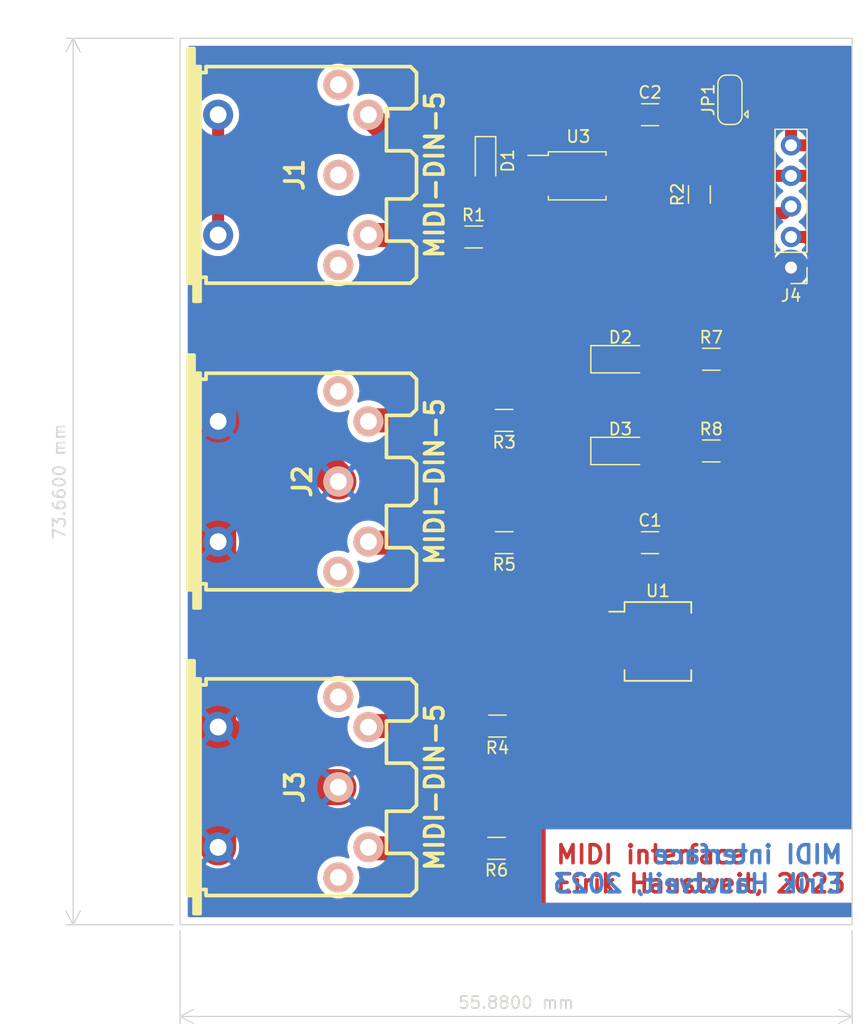
<source format=kicad_pcb>
(kicad_pcb (version 20221018) (generator pcbnew)
  (layers (0 "F.Cu" signal) (31 "B.Cu" signal) (34 "B.Paste" user) (35 "F.Paste" user) (36 "B.SilkS" user "B.Silkscreen") (37 "F.SilkS" user "F.Silkscreen") (38 "B.Mask" user) (39 "F.Mask" user) (44 "Edge.Cuts" user))
  (net 0 "")
  (net 1 "+5V")
  (net 2 "GND")
  (net 3 "VCC")
  (net 4 "Net-(D1-K)")
  (net 5 "Net-(D1-A)")
  (net 6 "Net-(D2-A)")
  (net 7 "Net-(D3-A)")
  (net 11 "Net-(J1-Pad4)")
  (net 12 "unconnected-(J1-Pad6)")
  (net 15 "Net-(J2-Pad4)")
  (net 16 "Net-(J2-Pad5)")
  (net 19 "Net-(J3-Pad4)")
  (net 20 "Net-(J3-Pad5)")
  (net 21 "FROM_MCU_UART_TX")
  (net 22 "TO_MCU_UART_RX")
  (net 23 "+3.3V")
  (net 24 "Net-(R3-Pad1)")
  (net 25 "Net-(R4-Pad1)")
  (net 26 "Net-(U1-Pad3)")
  (net 27 "Net-(U1-Pad10)")
  (footprint "Resistor_SMD:R_1206_3216Metric_Pad1.30x1.75mm_HandSolder" (layer "F.Cu") (at 105.13 78.74 180)
    (fp_text reference "R4" (at 0 -1.82) (layer "F.SilkS"))
    (fp_text value "220R")
    (fp_line (start -0.727064 -0.91) (end 0.727064 -0.91) (stroke (width 0.12)) (layer "F.SilkS"))
    (fp_line (start -0.727064 0.91) (end 0.727064 0.91) (stroke (width 0.12)) (layer "F.SilkS"))
    (pad "1" smd roundrect (at -1.55 0 180) (size 1.3 1.75) (layers "F.Cu" "F.Paste" "F.Mask") (roundrect_rratio 0.192308) (net 25 "Net-(R4-Pad1)"))
    (pad "2" smd roundrect (at 1.55 0 180) (size 1.3 1.75) (layers "F.Cu" "F.Paste" "F.Mask") (roundrect_rratio 0.192308) (net 20 "Net-(J3-Pad5)"))
  )
  (footprint "Package_SO:SO-6_4.4x3.6mm_P1.27mm" (layer "F.Cu") (at 111.76 33.02)
    (fp_text reference "U3" (at 0.1 -3.265) (layer "F.SilkS"))
    (fp_text value "H11L1")
    (fp_line (start -2.4 -2) (end 2.4 -2) (stroke (width 0.12)) (layer "F.SilkS"))
    (fp_line (start -2.4 -1.7) (end -4.1 -1.7) (stroke (width 0.12)) (layer "F.SilkS"))
    (fp_line (start -2.4 -1.7) (end -2.4 -2) (stroke (width 0.12)) (layer "F.SilkS"))
    (fp_line (start -2.4 2) (end -2.4 1.7) (stroke (width 0.12)) (layer "F.SilkS"))
    (fp_line (start 2.4 -2) (end 2.4 -1.7) (stroke (width 0.12)) (layer "F.SilkS"))
    (fp_line (start 2.4 1.7) (end 2.4 2) (stroke (width 0.12)) (layer "F.SilkS"))
    (fp_line (start 2.4 2) (end -2.4 2) (stroke (width 0.12)) (layer "F.SilkS"))
    (pad "1" smd rect (at -3.15 -1.27) (size 2 0.64) (layers "F.Cu" "F.Paste" "F.Mask") (net 4 "Net-(D1-K)"))
    (pad "2" smd rect (at -3.15 0) (size 2 0.64) (layers "F.Cu" "F.Paste" "F.Mask") (net 5 "Net-(D1-A)"))
    (pad "3" smd rect (at -3.15 1.27) (size 2 0.64) (layers "F.Cu" "F.Paste" "F.Mask"))
    (pad "4" smd rect (at 3.15 1.27) (size 2 0.64) (layers "F.Cu" "F.Paste" "F.Mask") (net 22 "TO_MCU_UART_RX"))
    (pad "5" smd rect (at 3.15 0) (size 2 0.64) (layers "F.Cu" "F.Paste" "F.Mask") (net 2 "GND"))
    (pad "6" smd rect (at 3.15 -1.27) (size 2 0.64) (layers "F.Cu" "F.Paste" "F.Mask") (net 3 "VCC"))
  )
  (footprint "LED_SMD:LED_1206_3216Metric_Pad1.42x1.75mm_HandSolder" (layer "F.Cu") (at 115.3525 48.26)
    (fp_text reference "D2" (at 0 -1.82) (layer "F.SilkS"))
    (fp_text value "LED")
    (fp_line (start -2.46 -1.135) (end -2.46 1.135) (stroke (width 0.12)) (layer "F.SilkS"))
    (fp_line (start -2.46 1.135) (end 1.6 1.135) (stroke (width 0.12)) (layer "F.SilkS"))
    (fp_line (start 1.6 -1.135) (end -2.46 -1.135) (stroke (width 0.12)) (layer "F.SilkS"))
    (pad "1" smd roundrect (at -1.4875 0) (size 1.425 1.75) (layers "F.Cu" "F.Paste" "F.Mask") (roundrect_rratio 0.175439) (net 2 "GND"))
    (pad "2" smd roundrect (at 1.4875 0) (size 1.425 1.75) (layers "F.Cu" "F.Paste" "F.Mask") (roundrect_rratio 0.175439) (net 6 "Net-(D2-A)"))
  )
  (footprint "Jumper:SolderJumper-3_P1.3mm_Open_RoundedPad1.0x1.5mm" (layer "F.Cu") (at 124.46 26.7 90)
    (fp_text reference "JP1" (at 0 -1.8 90) (layer "F.SilkS"))
    (fp_text value "SolderJumper_3_Open")
    (fp_line (start -2.05 0.3) (end -2.05 -0.3) (stroke (width 0.12)) (layer "F.SilkS"))
    (fp_line (start -1.5 1.5) (end -0.9 1.5) (stroke (width 0.12)) (layer "F.SilkS"))
    (fp_line (start -1.4 -1) (end 1.4 -1) (stroke (width 0.12)) (layer "F.SilkS"))
    (fp_line (start -1.2 1.2) (end -1.5 1.5) (stroke (width 0.12)) (layer "F.SilkS"))
    (fp_line (start -1.2 1.2) (end -0.9 1.5) (stroke (width 0.12)) (layer "F.SilkS"))
    (fp_line (start 1.4 1) (end -1.4 1) (stroke (width 0.12)) (layer "F.SilkS"))
    (fp_line (start 2.05 -0.3) (end 2.05 0.3) (stroke (width 0.12)) (layer "F.SilkS"))
    (fp_arc (start -2.05 -0.3) (mid -1.844975 -0.794975) (end -1.35 -1) (stroke (width 0.12)) (layer "F.SilkS"))
    (fp_arc (start -1.35 1) (mid -1.844975 0.794975) (end -2.05 0.3) (stroke (width 0.12)) (layer "F.SilkS"))
    (fp_arc (start 1.35 -1) (mid 1.844975 -0.794975) (end 2.05 -0.3) (stroke (width 0.12)) (layer "F.SilkS"))
    (fp_arc (start 2.05 0.3) (mid 1.844975 0.794975) (end 1.35 1) (stroke (width 0.12)) (layer "F.SilkS"))
    (pad "1" smd custom (at -1.3 0 90) (size 1 0.5) (layers "F.Cu" "F.Mask") (net 23 "+3.3V") (options (clearance outline) (anchor rect)) (primitives (gr_circle (center 0 0.25) (end 0.5 0.25) (width 0) (fill yes)) (gr_circle (center 0 -0.25) (end 0.5 -0.25) (width 0) (fill yes)) (gr_poly (pts (xy 0.55 0.75) (xy 0 0.75) (xy 0 -0.75) (xy 0.55 -0.75)) (width 0) (fill yes))))
    (pad "2" smd rect (at 0 0 90) (size 1 1.5) (layers "F.Cu" "F.Mask") (net 3 "VCC"))
    (pad "3" smd custom (at 1.3 0 90) (size 1 0.5) (layers "F.Cu" "F.Mask") (net 1 "+5V") (options (clearance outline) (anchor rect)) (primitives (gr_circle (center 0 0.25) (end 0.5 0.25) (width 0) (fill yes)) (gr_circle (center 0 -0.25) (end 0.5 -0.25) (width 0) (fill yes)) (gr_poly (pts (xy 0 0.75) (xy -0.55 0.75) (xy -0.55 -0.75) (xy 0 -0.75)) (width 0) (fill yes))))
  )
  (footprint "Resistor_SMD:R_1206_3216Metric_Pad1.30x1.75mm_HandSolder" (layer "F.Cu") (at 122.91 48.26)
    (fp_text reference "R7" (at 0 -1.82) (layer "F.SilkS"))
    (fp_text value "1K")
    (fp_line (start -0.727064 -0.91) (end 0.727064 -0.91) (stroke (width 0.12)) (layer "F.SilkS"))
    (fp_line (start -0.727064 0.91) (end 0.727064 0.91) (stroke (width 0.12)) (layer "F.SilkS"))
    (pad "1" smd roundrect (at -1.55 0) (size 1.3 1.75) (layers "F.Cu" "F.Paste" "F.Mask") (roundrect_rratio 0.192308) (net 6 "Net-(D2-A)"))
    (pad "2" smd roundrect (at 1.55 0) (size 1.3 1.75) (layers "F.Cu" "F.Paste" "F.Mask") (roundrect_rratio 0.192308) (net 23 "+3.3V"))
  )
  (footprint "Resistor_SMD:R_1206_3216Metric_Pad1.30x1.75mm_HandSolder" (layer "F.Cu") (at 105.69 53.34 180)
    (fp_text reference "R3" (at 0 -1.82) (layer "F.SilkS"))
    (fp_text value "220R")
    (fp_line (start -0.727064 -0.91) (end 0.727064 -0.91) (stroke (width 0.12)) (layer "F.SilkS"))
    (fp_line (start -0.727064 0.91) (end 0.727064 0.91) (stroke (width 0.12)) (layer "F.SilkS"))
    (pad "1" smd roundrect (at -1.55 0 180) (size 1.3 1.75) (layers "F.Cu" "F.Paste" "F.Mask") (roundrect_rratio 0.192308) (net 24 "Net-(R3-Pad1)"))
    (pad "2" smd roundrect (at 1.55 0 180) (size 1.3 1.75) (layers "F.Cu" "F.Paste" "F.Mask") (roundrect_rratio 0.192308) (net 16 "Net-(J2-Pad5)"))
  )
  (footprint "Resistor_SMD:R_1206_3216Metric_Pad1.30x1.75mm_HandSolder" (layer "F.Cu") (at 105.055 88.9 180)
    (fp_text reference "R6" (at 0 -1.82) (layer "F.SilkS"))
    (fp_text value "220R")
    (fp_line (start -0.727064 -0.91) (end 0.727064 -0.91) (stroke (width 0.12)) (layer "F.SilkS"))
    (fp_line (start -0.727064 0.91) (end 0.727064 0.91) (stroke (width 0.12)) (layer "F.SilkS"))
    (pad "1" smd roundrect (at -1.55 0 180) (size 1.3 1.75) (layers "F.Cu" "F.Paste" "F.Mask") (roundrect_rratio 0.192308) (net 1 "+5V"))
    (pad "2" smd roundrect (at 1.55 0 180) (size 1.3 1.75) (layers "F.Cu" "F.Paste" "F.Mask") (roundrect_rratio 0.192308) (net 19 "Net-(J3-Pad4)"))
  )
  (footprint "Resistor_SMD:R_1206_3216Metric_Pad1.30x1.75mm_HandSolder" (layer "F.Cu") (at 122.91 55.88)
    (fp_text reference "R8" (at 0 -1.82) (layer "F.SilkS"))
    (fp_text value "1K")
    (fp_line (start -0.727064 -0.91) (end 0.727064 -0.91) (stroke (width 0.12)) (layer "F.SilkS"))
    (fp_line (start -0.727064 0.91) (end 0.727064 0.91) (stroke (width 0.12)) (layer "F.SilkS"))
    (pad "1" smd roundrect (at -1.55 0) (size 1.3 1.75) (layers "F.Cu" "F.Paste" "F.Mask") (roundrect_rratio 0.192308) (net 7 "Net-(D3-A)"))
    (pad "2" smd roundrect (at 1.55 0) (size 1.3 1.75) (layers "F.Cu" "F.Paste" "F.Mask") (roundrect_rratio 0.192308) (net 1 "+5V"))
  )
  (footprint "connectors:MIDI_DIN5_SCREEN" (layer "F.Cu") (at 88.9 83.82 -90)
    (fp_text reference "J3" (at 0 0.635 90) (layer "F.SilkS") (effects (font (size 1.524 1.524) (thickness 0.3048))))
    (fp_text value "MIDI-DIN-5" (at 0 -11.00074 90) (layer "F.SilkS") (effects (font (size 1.524 1.524) (thickness 0.3048))))
    (fp_line (start -10.50036 8.99922) (end -8.99922 8.99922) (stroke (width 0.3048)) (layer "F.SilkS"))
    (fp_line (start -10.50036 9.25068) (end 8.99922 9.25068) (stroke (width 0.3048)) (layer "F.SilkS"))
    (fp_line (start -10.50036 9.4996) (end -10.50036 8.99922) (stroke (width 0.3048)) (layer "F.SilkS"))
    (fp_line (start -8.99922 -8.99922) (end -8.99922 8.001) (stroke (width 0.3048)) (layer "F.SilkS"))
    (fp_line (start -8.99922 -8.99922) (end -8.49884 -9.4996) (stroke (width 0.3048)) (layer "F.SilkS"))
    (fp_line (start -8.99922 8.001) (end -8.49884 8.001) (stroke (width 0.3048)) (layer "F.SilkS"))
    (fp_line (start -8.99922 8.49884) (end 10.50036 8.49884) (stroke (width 0.3048)) (layer "F.SilkS"))
    (fp_line (start -8.99922 8.7503) (end 10.50036 8.7503) (stroke (width 0.3048)) (layer "F.SilkS"))
    (fp_line (start -8.99922 8.99922) (end -8.99922 8.49884) (stroke (width 0.3048)) (layer "F.SilkS"))
    (fp_line (start -8.49884 -9.4996) (end -5.99948 -9.4996) (stroke (width 0.3048)) (layer "F.SilkS"))
    (fp_line (start -8.49884 8.001) (end -8.49884 8.49884) (stroke (width 0.3048)) (layer "F.SilkS"))
    (fp_line (start -5.99948 -9.4996) (end -5.4991 -8.99922) (stroke (width 0.3048)) (layer "F.SilkS"))
    (fp_line (start -5.4991 -8.99922) (end -5.4991 -7.00024) (stroke (width 0.3048)) (layer "F.SilkS"))
    (fp_line (start -5.4991 -7.00024) (end -1.99898 -7.00024) (stroke (width 0.3048)) (layer "F.SilkS"))
    (fp_line (start -1.99898 -8.99922) (end -1.99898 -7.00024) (stroke (width 0.3048)) (layer "F.SilkS"))
    (fp_line (start -1.50114 -9.4996) (end -1.99898 -8.99922) (stroke (width 0.3048)) (layer "F.SilkS"))
    (fp_line (start -1.50114 -9.4996) (end 1.50114 -9.4996) (stroke (width 0.3048)) (layer "F.SilkS"))
    (fp_line (start 1.50114 -9.4996) (end 1.99898 -8.99922) (stroke (width 0.3048)) (layer "F.SilkS"))
    (fp_line (start 1.99898 -8.99922) (end 1.99898 -7.00024) (stroke (width 0.3048)) (layer "F.SilkS"))
    (fp_line (start 5.4991 -8.99922) (end 5.4991 -7.00024) (stroke (width 0.3048)) (layer "F.SilkS"))
    (fp_line (start 5.4991 -7.00024) (end 1.99898 -7.00024) (stroke (width 0.3048)) (layer "F.SilkS"))
    (fp_line (start 5.99948 -9.4996) (end 5.4991 -8.99922) (stroke (width 0.3048)) (layer "F.SilkS"))
    (fp_line (start 6.49986 -9.4996) (end 5.99948 -9.4996) (stroke (width 0.3048)) (layer "F.SilkS"))
    (fp_line (start 8.49884 -9.4996) (end 6.49986 -9.4996) (stroke (width 0.3048)) (layer "F.SilkS"))
    (fp_line (start 8.49884 8.49884) (end 8.49884 8.001) (stroke (width 0.3048)) (layer "F.SilkS"))
    (fp_line (start 8.99922 -8.99922) (end 8.49884 -9.4996) (stroke (width 0.3048)) (layer "F.SilkS"))
    (fp_line (start 8.99922 -8.99922) (end 8.99922 8.001) (stroke (width 0.3048)) (layer "F.SilkS"))
    (fp_line (start 8.99922 8.001) (end 8.49884 8.001) (stroke (width 0.3048)) (layer "F.SilkS"))
    (fp_line (start 8.99922 8.99922) (end -8.99922 8.99922) (stroke (width 0.3048)) (layer "F.SilkS"))
    (fp_line (start 8.99922 8.99922) (end 8.99922 9.4996) (stroke (width 0.3048)) (layer "F.SilkS"))
    (fp_line (start 8.99922 9.4996) (end -10.50036 9.4996) (stroke (width 0.3048)) (layer "F.SilkS"))
    (fp_line (start 10.50036 8.49884) (end 10.50036 8.99922) (stroke (width 0.3048)) (layer "F.SilkS"))
    (fp_line (start 10.50036 8.99922) (end 8.99922 8.99922) (stroke (width 0.3048)) (layer "F.SilkS"))
    (pad "1" thru_hole circle (at 7.49808 -2.9972 270) (size 2.49936 2.49936) (drill 1.397) (layers "*.Cu" "*.SilkS" "*.Mask"))
    (pad "2" thru_hole circle (at 0 -2.99974 270) (size 2.49936 2.49936) (drill 1.397) (layers "*.Cu" "*.SilkS" "*.Mask") (net 2 "GND"))
    (pad "3" thru_hole circle (at -7.49808 -2.9972 270) (size 2.49936 2.49936) (drill 1.397) (layers "*.Cu" "*.SilkS" "*.Mask"))
    (pad "4" thru_hole circle (at 4.99618 -5.4991 270) (size 2.49936 2.49936) (drill 1.397) (layers "*.Cu" "*.SilkS" "*.Mask") (net 19 "Net-(J3-Pad4)"))
    (pad "5" thru_hole circle (at -4.99618 -5.4991 270) (size 2.49936 2.49936) (drill 1.397) (layers "*.Cu" "*.SilkS" "*.Mask") (net 20 "Net-(J3-Pad5)"))
    (pad "6" thru_hole circle (at -5.00126 6.9977 270) (size 2.49936 2.49936) (drill 1.397) (layers "*.Cu" "*.Mask") (net 2 "GND"))
    (pad "6" thru_hole circle (at 5.00126 6.9977 270) (size 2.49936 2.49936) (drill 1.397) (layers "*.Cu" "*.Mask") (net 2 "GND"))
  )
  (footprint "LED_SMD:LED_1206_3216Metric_Pad1.42x1.75mm_HandSolder" (layer "F.Cu") (at 115.3525 55.88)
    (fp_text reference "D3" (at 0 -1.82) (layer "F.SilkS"))
    (fp_text value "LED")
    (fp_line (start -2.46 -1.135) (end -2.46 1.135) (stroke (width 0.12)) (layer "F.SilkS"))
    (fp_line (start -2.46 1.135) (end 1.6 1.135) (stroke (width 0.12)) (layer "F.SilkS"))
    (fp_line (start 1.6 -1.135) (end -2.46 -1.135) (stroke (width 0.12)) (layer "F.SilkS"))
    (pad "1" smd roundrect (at -1.4875 0) (size 1.425 1.75) (layers "F.Cu" "F.Paste" "F.Mask") (roundrect_rratio 0.175439) (net 2 "GND"))
    (pad "2" smd roundrect (at 1.4875 0) (size 1.425 1.75) (layers "F.Cu" "F.Paste" "F.Mask") (roundrect_rratio 0.175439) (net 7 "Net-(D3-A)"))
  )
  (footprint "connectors:MIDI_DIN5_SCREEN" (layer "F.Cu") (at 88.9 58.42 -90)
    (fp_text reference "J2" (at 0 0 90) (layer "F.SilkS") (effects (font (size 1.524 1.524) (thickness 0.3048))))
    (fp_text value "MIDI-DIN-5" (at 0 -11.00074 90) (layer "F.SilkS") (effects (font (size 1.524 1.524) (thickness 0.3048))))
    (fp_line (start -10.50036 8.99922) (end -8.99922 8.99922) (stroke (width 0.3048)) (layer "F.SilkS"))
    (fp_line (start -10.50036 9.25068) (end 8.99922 9.25068) (stroke (width 0.3048)) (layer "F.SilkS"))
    (fp_line (start -10.50036 9.4996) (end -10.50036 8.99922) (stroke (width 0.3048)) (layer "F.SilkS"))
    (fp_line (start -8.99922 -8.99922) (end -8.99922 8.001) (stroke (width 0.3048)) (layer "F.SilkS"))
    (fp_line (start -8.99922 -8.99922) (end -8.49884 -9.4996) (stroke (width 0.3048)) (layer "F.SilkS"))
    (fp_line (start -8.99922 8.001) (end -8.49884 8.001) (stroke (width 0.3048)) (layer "F.SilkS"))
    (fp_line (start -8.99922 8.49884) (end 10.50036 8.49884) (stroke (width 0.3048)) (layer "F.SilkS"))
    (fp_line (start -8.99922 8.7503) (end 10.50036 8.7503) (stroke (width 0.3048)) (layer "F.SilkS"))
    (fp_line (start -8.99922 8.99922) (end -8.99922 8.49884) (stroke (width 0.3048)) (layer "F.SilkS"))
    (fp_line (start -8.49884 -9.4996) (end -5.99948 -9.4996) (stroke (width 0.3048)) (layer "F.SilkS"))
    (fp_line (start -8.49884 8.001) (end -8.49884 8.49884) (stroke (width 0.3048)) (layer "F.SilkS"))
    (fp_line (start -5.99948 -9.4996) (end -5.4991 -8.99922) (stroke (width 0.3048)) (layer "F.SilkS"))
    (fp_line (start -5.4991 -8.99922) (end -5.4991 -7.00024) (stroke (width 0.3048)) (layer "F.SilkS"))
    (fp_line (start -5.4991 -7.00024) (end -1.99898 -7.00024) (stroke (width 0.3048)) (layer "F.SilkS"))
    (fp_line (start -1.99898 -8.99922) (end -1.99898 -7.00024) (stroke (width 0.3048)) (layer "F.SilkS"))
    (fp_line (start -1.50114 -9.4996) (end -1.99898 -8.99922) (stroke (width 0.3048)) (layer "F.SilkS"))
    (fp_line (start -1.50114 -9.4996) (end 1.50114 -9.4996) (stroke (width 0.3048)) (layer "F.SilkS"))
    (fp_line (start 1.50114 -9.4996) (end 1.99898 -8.99922) (stroke (width 0.3048)) (layer "F.SilkS"))
    (fp_line (start 1.99898 -8.99922) (end 1.99898 -7.00024) (stroke (width 0.3048)) (layer "F.SilkS"))
    (fp_line (start 5.4991 -8.99922) (end 5.4991 -7.00024) (stroke (width 0.3048)) (layer "F.SilkS"))
    (fp_line (start 5.4991 -7.00024) (end 1.99898 -7.00024) (stroke (width 0.3048)) (layer "F.SilkS"))
    (fp_line (start 5.99948 -9.4996) (end 5.4991 -8.99922) (stroke (width 0.3048)) (layer "F.SilkS"))
    (fp_line (start 6.49986 -9.4996) (end 5.99948 -9.4996) (stroke (width 0.3048)) (layer "F.SilkS"))
    (fp_line (start 8.49884 -9.4996) (end 6.49986 -9.4996) (stroke (width 0.3048)) (layer "F.SilkS"))
    (fp_line (start 8.49884 8.49884) (end 8.49884 8.001) (stroke (width 0.3048)) (layer "F.SilkS"))
    (fp_line (start 8.99922 -8.99922) (end 8.49884 -9.4996) (stroke (width 0.3048)) (layer "F.SilkS"))
    (fp_line (start 8.99922 -8.99922) (end 8.99922 8.001) (stroke (width 0.3048)) (layer "F.SilkS"))
    (fp_line (start 8.99922 8.001) (end 8.49884 8.001) (stroke (width 0.3048)) (layer "F.SilkS"))
    (fp_line (start 8.99922 8.99922) (end -8.99922 8.99922) (stroke (width 0.3048)) (layer "F.SilkS"))
    (fp_line (start 8.99922 8.99922) (end 8.99922 9.4996) (stroke (width 0.3048)) (layer "F.SilkS"))
    (fp_line (start 8.99922 9.4996) (end -10.50036 9.4996) (stroke (width 0.3048)) (layer "F.SilkS"))
    (fp_line (start 10.50036 8.49884) (end 10.50036 8.99922) (stroke (width 0.3048)) (layer "F.SilkS"))
    (fp_line (start 10.50036 8.99922) (end 8.99922 8.99922) (stroke (width 0.3048)) (layer "F.SilkS"))
    (pad "1" thru_hole circle (at 7.49808 -2.9972 270) (size 2.49936 2.49936) (drill 1.397) (layers "*.Cu" "*.SilkS" "*.Mask"))
    (pad "2" thru_hole circle (at 0 -2.99974 270) (size 2.49936 2.49936) (drill 1.397) (layers "*.Cu" "*.SilkS" "*.Mask") (net 2 "GND"))
    (pad "3" thru_hole circle (at -7.49808 -2.9972 270) (size 2.49936 2.49936) (drill 1.397) (layers "*.Cu" "*.SilkS" "*.Mask"))
    (pad "4" thru_hole circle (at 4.99618 -5.4991 270) (size 2.49936 2.49936) (drill 1.397) (layers "*.Cu" "*.SilkS" "*.Mask") (net 15 "Net-(J2-Pad4)"))
    (pad "5" thru_hole circle (at -4.99618 -5.4991 270) (size 2.49936 2.49936) (drill 1.397) (layers "*.Cu" "*.SilkS" "*.Mask") (net 16 "Net-(J2-Pad5)"))
    (pad "6" thru_hole circle (at -5.00126 6.9977 270) (size 2.49936 2.49936) (drill 1.397) (layers "*.Cu" "*.Mask") (net 2 "GND"))
    (pad "6" thru_hole circle (at 5.00126 6.9977 270) (size 2.49936 2.49936) (drill 1.397) (layers "*.Cu" "*.Mask") (net 2 "GND"))
  )
  (footprint "Capacitor_SMD:C_1206_3216Metric_Pad1.33x1.80mm_HandSolder" (layer "F.Cu") (at 117.8175 27.94)
    (fp_text reference "C2" (at 0 -1.85) (layer "F.SilkS"))
    (fp_text value "100n")
    (fp_line (start -0.711252 -0.91) (end 0.711252 -0.91) (stroke (width 0.12)) (layer "F.SilkS"))
    (fp_line (start -0.711252 0.91) (end 0.711252 0.91) (stroke (width 0.12)) (layer "F.SilkS"))
    (pad "1" smd roundrect (at -1.5625 0) (size 1.325 1.8) (layers "F.Cu" "F.Paste" "F.Mask") (roundrect_rratio 0.188679) (net 3 "VCC"))
    (pad "2" smd roundrect (at 1.5625 0) (size 1.325 1.8) (layers "F.Cu" "F.Paste" "F.Mask") (roundrect_rratio 0.188679) (net 2 "GND"))
  )
  (footprint "Resistor_SMD:R_1206_3216Metric_Pad1.30x1.75mm_HandSolder" (layer "F.Cu") (at 103.15 38.1)
    (fp_text reference "R1" (at 0 -1.82) (layer "F.SilkS"))
    (fp_text value "220R")
    (fp_line (start -0.727064 -0.91) (end 0.727064 -0.91) (stroke (width 0.12)) (layer "F.SilkS"))
    (fp_line (start -0.727064 0.91) (end 0.727064 0.91) (stroke (width 0.12)) (layer "F.SilkS"))
    (pad "1" smd roundrect (at -1.55 0) (size 1.3 1.75) (layers "F.Cu" "F.Paste" "F.Mask") (roundrect_rratio 0.192308) (net 11 "Net-(J1-Pad4)"))
    (pad "2" smd roundrect (at 1.55 0) (size 1.3 1.75) (layers "F.Cu" "F.Paste" "F.Mask") (roundrect_rratio 0.192308) (net 4 "Net-(D1-K)"))
  )
  (footprint "Diode_SMD:D_SOD-323_HandSoldering" (layer "F.Cu") (at 104.14 31.77 -90)
    (fp_text reference "D1" (at 0 -1.85 90) (layer "F.SilkS"))
    (fp_text value "1N4148")
    (fp_line (start -2.01 -0.85) (end -2.01 0.85) (stroke (width 0.12)) (layer "F.SilkS"))
    (fp_line (start -2.01 -0.85) (end 1.25 -0.85) (stroke (width 0.12)) (layer "F.SilkS"))
    (fp_line (start -2.01 0.85) (end 1.25 0.85) (stroke (width 0.12)) (layer "F.SilkS"))
    (pad "1" smd roundrect (at -1.25 0 270) (size 1 1) (layers "F.Cu" "F.Paste" "F.Mask") (net 4 "Net-(D1-K)"))
    (pad "2" smd roundrect (at 1.25 0 270) (size 1 1) (layers "F.Cu" "F.Paste" "F.Mask") (net 5 "Net-(D1-A)"))
  )
  (footprint "connectors:MIDI_DIN5_SCREEN" (layer "F.Cu") (at 88.9 32.94126 -90)
    (fp_text reference "J1" (at 0 0.635 90) (layer "F.SilkS") (effects (font (size 1.524 1.524) (thickness 0.3048))))
    (fp_text value "MIDI-DIN-5" (at 0 -11.00074 90) (layer "F.SilkS") (effects (font (size 1.524 1.524) (thickness 0.3048))))
    (fp_line (start -10.50036 8.99922) (end -8.99922 8.99922) (stroke (width 0.3048)) (layer "F.SilkS"))
    (fp_line (start -10.50036 9.25068) (end 8.99922 9.25068) (stroke (width 0.3048)) (layer "F.SilkS"))
    (fp_line (start -10.50036 9.4996) (end -10.50036 8.99922) (stroke (width 0.3048)) (layer "F.SilkS"))
    (fp_line (start -8.99922 -8.99922) (end -8.99922 8.001) (stroke (width 0.3048)) (layer "F.SilkS"))
    (fp_line (start -8.99922 -8.99922) (end -8.49884 -9.4996) (stroke (width 0.3048)) (layer "F.SilkS"))
    (fp_line (start -8.99922 8.001) (end -8.49884 8.001) (stroke (width 0.3048)) (layer "F.SilkS"))
    (fp_line (start -8.99922 8.49884) (end 10.50036 8.49884) (stroke (width 0.3048)) (layer "F.SilkS"))
    (fp_line (start -8.99922 8.7503) (end 10.50036 8.7503) (stroke (width 0.3048)) (layer "F.SilkS"))
    (fp_line (start -8.99922 8.99922) (end -8.99922 8.49884) (stroke (width 0.3048)) (layer "F.SilkS"))
    (fp_line (start -8.49884 -9.4996) (end -5.99948 -9.4996) (stroke (width 0.3048)) (layer "F.SilkS"))
    (fp_line (start -8.49884 8.001) (end -8.49884 8.49884) (stroke (width 0.3048)) (layer "F.SilkS"))
    (fp_line (start -5.99948 -9.4996) (end -5.4991 -8.99922) (stroke (width 0.3048)) (layer "F.SilkS"))
    (fp_line (start -5.4991 -8.99922) (end -5.4991 -7.00024) (stroke (width 0.3048)) (layer "F.SilkS"))
    (fp_line (start -5.4991 -7.00024) (end -1.99898 -7.00024) (stroke (width 0.3048)) (layer "F.SilkS"))
    (fp_line (start -1.99898 -8.99922) (end -1.99898 -7.00024) (stroke (width 0.3048)) (layer "F.SilkS"))
    (fp_line (start -1.50114 -9.4996) (end -1.99898 -8.99922) (stroke (width 0.3048)) (layer "F.SilkS"))
    (fp_line (start -1.50114 -9.4996) (end 1.50114 -9.4996) (stroke (width 0.3048)) (layer "F.SilkS"))
    (fp_line (start 1.50114 -9.4996) (end 1.99898 -8.99922) (stroke (width 0.3048)) (layer "F.SilkS"))
    (fp_line (start 1.99898 -8.99922) (end 1.99898 -7.00024) (stroke (width 0.3048)) (layer "F.SilkS"))
    (fp_line (start 5.4991 -8.99922) (end 5.4991 -7.00024) (stroke (width 0.3048)) (layer "F.SilkS"))
    (fp_line (start 5.4991 -7.00024) (end 1.99898 -7.00024) (stroke (width 0.3048)) (layer "F.SilkS"))
    (fp_line (start 5.99948 -9.4996) (end 5.4991 -8.99922) (stroke (width 0.3048)) (layer "F.SilkS"))
    (fp_line (start 6.49986 -9.4996) (end 5.99948 -9.4996) (stroke (width 0.3048)) (layer "F.SilkS"))
    (fp_line (start 8.49884 -9.4996) (end 6.49986 -9.4996) (stroke (width 0.3048)) (layer "F.SilkS"))
    (fp_line (start 8.49884 8.49884) (end 8.49884 8.001) (stroke (width 0.3048)) (layer "F.SilkS"))
    (fp_line (start 8.99922 -8.99922) (end 8.49884 -9.4996) (stroke (width 0.3048)) (layer "F.SilkS"))
    (fp_line (start 8.99922 -8.99922) (end 8.99922 8.001) (stroke (width 0.3048)) (layer "F.SilkS"))
    (fp_line (start 8.99922 8.001) (end 8.49884 8.001) (stroke (width 0.3048)) (layer "F.SilkS"))
    (fp_line (start 8.99922 8.99922) (end -8.99922 8.99922) (stroke (width 0.3048)) (layer "F.SilkS"))
    (fp_line (start 8.99922 8.99922) (end 8.99922 9.4996) (stroke (width 0.3048)) (layer "F.SilkS"))
    (fp_line (start 8.99922 9.4996) (end -10.50036 9.4996) (stroke (width 0.3048)) (layer "F.SilkS"))
    (fp_line (start 10.50036 8.49884) (end 10.50036 8.99922) (stroke (width 0.3048)) (layer "F.SilkS"))
    (fp_line (start 10.50036 8.99922) (end 8.99922 8.99922) (stroke (width 0.3048)) (layer "F.SilkS"))
    (pad "1" thru_hole circle (at 7.49808 -2.9972 270) (size 2.49936 2.49936) (drill 1.397) (layers "*.Cu" "*.SilkS" "*.Mask"))
    (pad "2" thru_hole circle (at 0 -2.99974 270) (size 2.49936 2.49936) (drill 1.397) (layers "*.Cu" "*.SilkS" "*.Mask"))
    (pad "3" thru_hole circle (at -7.49808 -2.9972 270) (size 2.49936 2.49936) (drill 1.397) (layers "*.Cu" "*.SilkS" "*.Mask"))
    (pad "4" thru_hole circle (at 4.99618 -5.4991 270) (size 2.49936 2.49936) (drill 1.397) (layers "*.Cu" "*.SilkS" "*.Mask") (net 11 "Net-(J1-Pad4)"))
    (pad "5" thru_hole circle (at -4.99618 -5.4991 270) (size 2.49936 2.49936) (drill 1.397) (layers "*.Cu" "*.SilkS" "*.Mask") (net 5 "Net-(D1-A)"))
    (pad "6" thru_hole circle (at -5.00126 6.9977 270) (size 2.49936 2.49936) (drill 1.397) (layers "*.Cu" "*.Mask") (net 12 "unconnected-(J1-Pad6)"))
    (pad "6" thru_hole circle (at 5.00126 6.9977 270) (size 2.49936 2.49936) (drill 1.397) (layers "*.Cu" "*.Mask") (net 12 "unconnected-(J1-Pad6)"))
  )
  (footprint "Resistor_SMD:R_1206_3216Metric_Pad1.30x1.75mm_HandSolder" (layer "F.Cu") (at 105.69 63.5 180)
    (fp_text reference "R5" (at 0 -1.82) (layer "F.SilkS"))
    (fp_text value "220R")
    (fp_line (start -0.727064 -0.91) (end 0.727064 -0.91) (stroke (width 0.12)) (layer "F.SilkS"))
    (fp_line (start -0.727064 0.91) (end 0.727064 0.91) (stroke (width 0.12)) (layer "F.SilkS"))
    (pad "1" smd roundrect (at -1.55 0 180) (size 1.3 1.75) (layers "F.Cu" "F.Paste" "F.Mask") (roundrect_rratio 0.192308) (net 1 "+5V"))
    (pad "2" smd roundrect (at 1.55 0 180) (size 1.3 1.75) (layers "F.Cu" "F.Paste" "F.Mask") (roundrect_rratio 0.192308) (net 15 "Net-(J2-Pad4)"))
  )
  (footprint "Capacitor_SMD:C_1206_3216Metric_Pad1.33x1.80mm_HandSolder" (layer "F.Cu") (at 117.8175 63.5)
    (fp_text reference "C1" (at 0 -1.85) (layer "F.SilkS"))
    (fp_text value "100n")
    (fp_line (start -0.711252 -0.91) (end 0.711252 -0.91) (stroke (width 0.12)) (layer "F.SilkS"))
    (fp_line (start -0.711252 0.91) (end 0.711252 0.91) (stroke (width 0.12)) (layer "F.SilkS"))
    (pad "1" smd roundrect (at -1.5625 0) (size 1.325 1.8) (layers "F.Cu" "F.Paste" "F.Mask") (roundrect_rratio 0.188679) (net 1 "+5V"))
    (pad "2" smd roundrect (at 1.5625 0) (size 1.325 1.8) (layers "F.Cu" "F.Paste" "F.Mask") (roundrect_rratio 0.188679) (net 2 "GND"))
  )
  (footprint "Package_SO:SSOP-14_5.3x6.2mm_P0.65mm" (layer "F.Cu") (at 118.47 71.71)
    (fp_text reference "U1" (at 0 -4.2) (layer "F.SilkS"))
    (fp_text value "74HCT00")
    (fp_line (start -2.775 -3.275) (end -2.775 -2.475) (stroke (width 0.15)) (layer "F.SilkS"))
    (fp_line (start -2.775 -3.275) (end 2.775 -3.275) (stroke (width 0.15)) (layer "F.SilkS"))
    (fp_line (start -2.775 -2.475) (end -4.05 -2.475) (stroke (width 0.15)) (layer "F.SilkS"))
    (fp_line (start -2.775 3.275) (end -2.775 2.375) (stroke (width 0.15)) (layer "F.SilkS"))
    (fp_line (start -2.775 3.275) (end 2.775 3.275) (stroke (width 0.15)) (layer "F.SilkS"))
    (fp_line (start 2.775 -3.275) (end 2.775 -2.375) (stroke (width 0.15)) (layer "F.SilkS"))
    (fp_line (start 2.775 3.275) (end 2.775 2.375) (stroke (width 0.15)) (layer "F.SilkS"))
    (pad "1" smd rect (at -3.45 -1.95) (size 1.2 0.4) (layers "F.Cu" "F.Paste" "F.Mask") (net 22 "TO_MCU_UART_RX"))
    (pad "2" smd rect (at -3.45 -1.3) (size 1.2 0.4) (layers "F.Cu" "F.Paste" "F.Mask") (net 22 "TO_MCU_UART_RX"))
    (pad "3" smd rect (at -3.45 -0.65) (size 1.2 0.4) (layers "F.Cu" "F.Paste" "F.Mask") (net 26 "Net-(U1-Pad3)"))
    (pad "4" smd rect (at -3.45 0) (size 1.2 0.4) (layers "F.Cu" "F.Paste" "F.Mask") (net 26 "Net-(U1-Pad3)"))
    (pad "5" smd rect (at -3.45 0.65) (size 1.2 0.4) (layers "F.Cu" "F.Paste" "F.Mask") (net 26 "Net-(U1-Pad3)"))
    (pad "6" smd rect (at -3.45 1.3) (size 1.2 0.4) (layers "F.Cu" "F.Paste" "F.Mask") (net 24 "Net-(R3-Pad1)"))
    (pad "7" smd rect (at -3.45 1.95) (size 1.2 0.4) (layers "F.Cu" "F.Paste" "F.Mask") (net 1 "+5V"))
    (pad "8" smd rect (at 3.45 1.95) (size 1.2 0.4) (layers "F.Cu" "F.Paste" "F.Mask") (net 25 "Net-(R4-Pad1)"))
    (pad "9" smd rect (at 3.45 1.3) (size 1.2 0.4) (layers "F.Cu" "F.Paste" "F.Mask") (net 27 "Net-(U1-Pad10)"))
    (pad "10" smd rect (at 3.45 0.65) (size 1.2 0.4) (layers "F.Cu" "F.Paste" "F.Mask") (net 27 "Net-(U1-Pad10)"))
    (pad "11" smd rect (at 3.45 0) (size 1.2 0.4) (layers "F.Cu" "F.Paste" "F.Mask") (net 27 "Net-(U1-Pad10)"))
    (pad "12" smd rect (at 3.45 -0.65) (size 1.2 0.4) (layers "F.Cu" "F.Paste" "F.Mask") (net 21 "FROM_MCU_UART_TX"))
    (pad "13" smd rect (at 3.45 -1.3) (size 1.2 0.4) (layers "F.Cu" "F.Paste" "F.Mask") (net 21 "FROM_MCU_UART_TX"))
    (pad "14" smd rect (at 3.45 -1.95) (size 1.2 0.4) (layers "F.Cu" "F.Paste" "F.Mask") (net 2 "GND"))
  )
  (footprint "Connector_PinHeader_2.54mm:PinHeader_1x05_P2.54mm_Vertical" (layer "F.Cu") (at 129.54 40.64 180)
    (fp_text reference "J4" (at 0 -2.33) (layer "F.SilkS"))
    (fp_text value "Conn_01x05_Pin")
    (fp_line (start -1.33 -1.33) (end 0 -1.33) (stroke (width 0.12)) (layer "F.SilkS"))
    (fp_line (start -1.33 0) (end -1.33 -1.33) (stroke (width 0.12)) (layer "F.SilkS"))
    (fp_line (start -1.33 1.27) (end -1.33 11.49) (stroke (width 0.12)) (layer "F.SilkS"))
    (fp_line (start -1.33 1.27) (end 1.33 1.27) (stroke (width 0.12)) (layer "F.SilkS"))
    (fp_line (start -1.33 11.49) (end 1.33 11.49) (stroke (width 0.12)) (layer "F.SilkS"))
    (fp_line (start 1.33 1.27) (end 1.33 11.49) (stroke (width 0.12)) (layer "F.SilkS"))
    (pad "1" thru_hole rect (at 0 0 180) (size 1.7 1.7) (drill 1) (layers "*.Cu" "*.Mask") (net 2 "GND"))
    (pad "2" thru_hole oval (at 0 2.54 180) (size 1.7 1.7) (drill 1) (layers "*.Cu" "*.Mask") (net 21 "FROM_MCU_UART_TX"))
    (pad "3" thru_hole oval (at 0 5.08 180) (size 1.7 1.7) (drill 1) (layers "*.Cu" "*.Mask") (net 22 "TO_MCU_UART_RX"))
    (pad "4" thru_hole oval (at 0 7.62 180) (size 1.7 1.7) (drill 1) (layers "*.Cu" "*.Mask") (net 23 "+3.3V"))
    (pad "5" thru_hole oval (at 0 10.16 180) (size 1.7 1.7) (drill 1) (layers "*.Cu" "*.Mask") (net 1 "+5V"))
  )
  (footprint "Resistor_SMD:R_1206_3216Metric_Pad1.30x1.75mm_HandSolder" (layer "F.Cu") (at 121.92 34.57 90)
    (fp_text reference "R2" (at 0 -1.82 90) (layer "F.SilkS"))
    (fp_text value "470R")
    (fp_line (start -0.727064 -0.91) (end 0.727064 -0.91) (stroke (width 0.12)) (layer "F.SilkS"))
    (fp_line (start -0.727064 0.91) (end 0.727064 0.91) (stroke (width 0.12)) (layer "F.SilkS"))
    (pad "1" smd roundrect (at -1.55 0 90) (size 1.3 1.75) (layers "F.Cu" "F.Paste" "F.Mask") (roundrect_rratio 0.192308) (net 22 "TO_MCU_UART_RX"))
    (pad "2" smd roundrect (at 1.55 0 90) (size 1.3 1.75) (layers "F.Cu" "F.Paste" "F.Mask") (roundrect_rratio 0.192308) (net 3 "VCC"))
  )
  (gr_rect (start 78.74 21.59) (end 134.62 95.25) (stroke (width 0.1)) (fill none) (layer "Edge.Cuts"))
  (gr_text "MIDI interface\nEirik Haustveit, 2023" (at 109.855 92.71) (layer "F.Cu") (effects (font (size 1.5 1.5) (thickness 0.3) bold) (justify left bottom)))
  (gr_text "MIDI interface\nEirik Haustveit, 2023" (at 133.985 92.71) (layer "B.Cu") (effects (font (size 1.5 1.5) (thickness 0.3) bold) (justify left bottom mirror)))
  (dimension (type aligned) (layer "Edge.Cuts") (pts (xy 78.74 95.25) (xy 134.62 95.25)) (height 7.62) (gr_text "55.8800 mm" (at 106.68 101.72) (layer "Edge.Cuts") (effects (font (size 1 1) (thickness 0.15)))) (format (prefix "") (suffix "") (units 3) (units_format 1) (precision 4)) (style (thickness 0.1) (arrow_length 1.27) (text_position_mode 0) (extension_height 0.58642) (extension_offset 0.5) keep_text_aligned))
  (dimension (type aligned) (layer "Edge.Cuts") (pts (xy 78.74 21.59) (xy 78.74 95.25)) (height 8.89) (gr_text "73.6600 mm" (at 68.7 58.42 90) (layer "Edge.Cuts") (effects (font (size 1 1) (thickness 0.15)))) (format (prefix "") (suffix "") (units 3) (units_format 1) (precision 4)) (style (thickness 0.1) (arrow_length 1.27) (text_position_mode 0) (extension_height 0.58642) (extension_offset 0.5) keep_text_aligned))
  (segment (start 113.03 73.66) (end 112.395 74.295) (width 0.4) (layer "F.Cu") (net 1))
  (segment (start 133.915 53.41) (end 131.445 55.88) (width 1) (layer "F.Cu") (net 1))
  (segment (start 133.915 66.745) (end 120.65 80.01) (width 1) (layer "F.Cu") (net 1))
  (segment (start 106.605 88.9) (end 106.605 84.38) (width 1) (layer "F.Cu") (net 1))
  (segment (start 131.445 55.88) (end 124.46 55.88) (width 1) (layer "F.Cu") (net 1))
  (segment (start 124.46 25.4) (end 128.905 25.4) (width 1) (layer "F.Cu") (net 1))
  (segment (start 129.54 30.48) (end 132.715 30.48) (width 1) (layer "F.Cu") (net 1))
  (segment (start 120.65 80.01) (end 111.76 80.01) (width 1) (layer "F.Cu") (net 1))
  (segment (start 128.905 25.4) (end 129.54 26.035) (width 1) (layer "F.Cu") (net 1))
  (segment (start 106.605 84.38) (end 105.33 83.105) (width 1) (layer "F.Cu") (net 1))
  (segment (start 105.33 83.105) (end 105.33 76.28) (width 1) (layer "F.Cu") (net 1))
  (segment (start 133.915 31.68) (end 133.915 53.41) (width 1) (layer "F.Cu") (net 1))
  (segment (start 106.605 85.165) (end 106.605 88.9) (width 1) (layer "F.Cu") (net 1))
  (segment (start 133.915 53.41) (end 133.915 66.745) (width 1) (layer "F.Cu") (net 1))
  (segment (start 107.315 74.295) (end 112.395 74.295) (width 1) (layer "F.Cu") (net 1))
  (segment (start 132.715 30.48) (end 133.915 31.68) (width 1) (layer "F.Cu") (net 1))
  (segment (start 115.02 73.66) (end 113.03 73.66) (width 0.4) (layer "F.Cu") (net 1))
  (segment (start 107.24 63.5) (end 116.255 63.5) (width 1) (layer "F.Cu") (net 1))
  (segment (start 115.02 73.66) (end 116.02 73.66) (width 0.4) (layer "F.Cu") (net 1))
  (segment (start 111.76 80.01) (end 106.605 85.165) (width 1) (layer "F.Cu") (net 1))
  (segment (start 116.02 73.66) (end 116.255 73.425) (width 0.4) (layer "F.Cu") (net 1))
  (segment (start 116.255 73.425) (end 116.255 63.5) (width 0.4) (layer "F.Cu") (net 1))
  (segment (start 129.54 26.035) (end 129.54 30.48) (width 1) (layer "F.Cu") (net 1))
  (segment (start 105.33 76.28) (end 107.315 74.295) (width 1) (layer "F.Cu") (net 1))
  (segment (start 81.9023 78.81874) (end 81.9023 63.42126) (width 3) (layer "F.Cu") (net 2))
  (segment (start 118.11 59.69) (end 119.38 60.96) (width 1) (layer "F.Cu") (net 2))
  (segment (start 113.665 42.545) (end 113.665 48.06) (width 1) (layer "F.Cu") (net 2))
  (segment (start 119.925 69.76) (end 119.38 69.215) (width 0.4) (layer "F.Cu") (net 2))
  (segment (start 115.57 40.64) (end 115.2525 40.9575) (width 1) (layer "F.Cu") (net 2))
  (segment (start 115.57 59.69) (end 118.11 59.69) (width 1) (layer "F.Cu") (net 2))
  (segment (start 119.38 27.94) (end 119.38 30.48) (width 1) (layer "F.Cu") (net 2))
  (segment (start 115.2525 40.9575) (end 113.665 42.545) (width 1) (layer "F.Cu") (net 2))
  (segment (start 119.38 60.96) (end 119.38 63.5) (width 1) (layer "F.Cu") (net 2))
  (segment (start 81.9023 88.82126) (end 81.9023 78.81874) (width 3) (layer "F.Cu") (net 2))
  (segment (start 113.865 55.88) (end 113.865 57.985) (width 1) (layer "F.Cu") (net 2))
  (segment (start 119.38 30.48) (end 116.84 33.02) (width 1) (layer "F.Cu") (net 2))
  (segment (start 113.865 48.26) (end 113.865 55.88) (width 1) (layer "F.Cu") (net 2))
  (segment (start 113.665 48.06) (end 113.865 48.26) (width 1) (layer "F.Cu") (net 2))
  (segment (start 86.90356 83.82) (end 81.9023 78.81874) (width 3) (layer "F.Cu") (net 2))
  (segment (start 129.54 40.64) (end 115.57 40.64) (width 1) (layer "F.Cu") (net 2))
  (segment (start 119.38 69.215) (end 119.38 63.5) (width 0.4) (layer "F.Cu") (net 2))
  (segment (start 91.89974 83.82) (end 86.90356 83.82) (width 3) (layer "F.Cu") (net 2))
  (segment (start 81.9023 53.41874) (end 86.89848 53.41874) (width 3) (layer "F.Cu") (net 2))
  (segment (start 113.865 57.985) (end 115.57 59.69) (width 1) (layer "F.Cu") (net 2))
  (segment (start 116.84 33.02) (end 114.91 33.02) (width 1) (layer "F.Cu") (net 2))
  (segment (start 121.92 69.76) (end 119.925 69.76) (width 0.4) (layer "F.Cu") (net 2))
  (segment (start 86.89848 53.41874) (end 91.89974 58.42) (width 3) (layer "F.Cu") (net 2))
  (segment (start 81.9023 63.42126) (end 81.9023 53.41874) (width 3) (layer "F.Cu") (net 2))
  (segment (start 125.105 45.085) (end 129.54 40.65) (width 3) (layer "B.Cu") (net 2))
  (segment (start 81.9023 53.41874) (end 81.9023 47.6377) (width 3) (layer "B.Cu") (net 2))
  (segment (start 84.455 45.085) (end 125.105 45.085) (width 3) (layer "B.Cu") (net 2))
  (segment (start 81.9023 47.6377) (end 84.455 45.085) (width 3) (layer "B.Cu") (net 2))
  (segment (start 123.22 26.7) (end 124.46 26.7) (width 1) (layer "F.Cu") (net 3))
  (segment (start 121.92 33.02) (end 121.92 25.4) (width 1) (layer "F.Cu") (net 3))
  (segment (start 121.92 25.4) (end 123.22 26.7) (width 1) (layer "F.Cu") (net 3))
  (segment (start 114.91 29.285) (end 116.255 27.94) (width 1) (layer "F.Cu") (net 3))
  (segment (start 116.84 25.4) (end 121.92 25.4) (width 1) (layer "F.Cu") (net 3))
  (segment (start 114.91 31.75) (end 114.91 29.285) (width 1) (layer "F.Cu") (net 3))
  (segment (start 116.255 27.94) (end 116.255 25.985) (width 1) (layer "F.Cu") (net 3))
  (segment (start 116.255 25.985) (end 116.84 25.4) (width 1) (layer "F.Cu") (net 3))
  (segment (start 104.14 30.52) (end 107.38 30.52) (width 1) (layer "F.Cu") (net 4))
  (segment (start 111.76 35.56) (end 111.76 32.9) (width 1) (layer "F.Cu") (net 4))
  (segment (start 111.76 32.9) (end 110.61 31.75) (width 1) (layer "F.Cu") (net 4))
  (segment (start 109.22 38.1) (end 111.76 35.56) (width 1) (layer "F.Cu") (net 4))
  (segment (start 107.38 30.52) (end 108.61 31.75) (width 1) (layer "F.Cu") (net 4))
  (segment (start 104.7 38.1) (end 109.22 38.1) (width 1) (layer "F.Cu") (net 4))
  (segment (start 110.61 31.75) (end 108.61 31.75) (width 1) (layer "F.Cu") (net 4))
  (segment (start 99.06 33.02) (end 104.14 33.02) (width 2) (layer "F.Cu") (net 5))
  (segment (start 94.3991 27.94508) (end 99.06 32.60598) (width 2) (layer "F.Cu") (net 5))
  (segment (start 99.06 32.60598) (end 99.06 33.02) (width 2) (layer "F.Cu") (net 5))
  (segment (start 104.14 33.02) (end 108.61 33.02) (width 1) (layer "F.Cu") (net 5))
  (segment (start 116.84 48.26) (end 121.36 48.26) (width 1) (layer "F.Cu") (net 6))
  (segment (start 116.84 55.88) (end 121.36 55.88) (width 1) (layer "F.Cu") (net 7))
  (segment (start 101.43744 37.93744) (end 101.6 38.1) (width 2) (layer "F.Cu") (net 11))
  (segment (start 94.3991 37.93744) (end 101.43744 37.93744) (width 2) (layer "F.Cu") (net 11))
  (segment (start 81.9023 27.94) (end 81.9023 37.94252) (width 1) (layer "F.Cu") (net 12))
  (segment (start 104.14 63.5) (end 94.48292 63.5) (width 2) (layer "F.Cu") (net 15))
  (segment (start 94.48292 63.5) (end 94.3991 63.41618) (width 2) (layer "F.Cu") (net 15))
  (segment (start 94.48292 53.34) (end 94.3991 53.42382) (width 2) (layer "F.Cu") (net 16))
  (segment (start 104.14 53.34) (end 94.48292 53.34) (width 2) (layer "F.Cu") (net 16))
  (segment (start 103.505 88.9) (end 94.48292 88.9) (width 2) (layer "F.Cu") (net 19))
  (segment (start 94.48292 88.9) (end 94.3991 88.81618) (width 2) (layer "F.Cu") (net 19))
  (segment (start 103.58 78.74) (end 94.48292 78.74) (width 2) (layer "F.Cu") (net 20))
  (segment (start 94.48292 78.74) (end 94.3991 78.82382) (width 2) (layer "F.Cu") (net 20))
  (segment (start 125.095 44.45) (end 123.11 46.435) (width 1) (layer "F.Cu") (net 21))
  (segment (start 123.11 46.435) (end 123.11 67.23) (width 1) (layer "F.Cu") (net 21))
  (segment (start 130.81 38.1) (end 131.445 38.735) (width 1) (layer "F.Cu") (net 21))
  (segment (start 131.445 42.545) (end 129.54 44.45) (width 1) (layer "F.Cu") (net 21))
  (segment (start 122.92 70.41) (end 123.19 70.14) (width 0.4) (layer "F.Cu") (net 21))
  (segment (start 121.92 70.41) (end 122.92 70.41) (width 0.4) (layer "F.Cu") (net 21))
  (segment (start 121.92 71.06) (end 121.92 70.41) (width 0.4) (layer "F.Cu") (net 21))
  (segment (start 123.19 70.14) (end 123.19 67.31) (width 0.4) (layer "F.Cu") (net 21))
  (segment (start 129.54 38.1) (end 130.81 38.1) (width 1) (layer "F.Cu") (net 21))
  (segment (start 129.54 44.45) (end 125.095 44.45) (width 1) (layer "F.Cu") (net 21))
  (segment (start 123.19 67.31) (end 123.11 67.23) (width 0.4) (layer "F.Cu") (net 21))
  (segment (start 131.445 38.735) (end 131.445 42.545) (width 1) (layer "F.Cu") (net 21))
  (segment (start 114.91 34.29) (end 120.09 34.29) (width 1) (layer "F.Cu") (net 22))
  (segment (start 115.02 69.76) (end 112.305 69.76) (width 0.4) (layer "F.Cu") (net 22))
  (segment (start 106.68 69.215) (end 111.76 69.215) (width 1) (layer "F.Cu") (net 22))
  (segment (start 119.38 36.83) (end 115.57 36.83) (width 1) (layer "F.Cu") (net 22))
  (segment (start 111.76 59.69) (end 111.125 60.325) (width 1) (layer "F.Cu") (net 22))
  (segment (start 107.315 60.325) (end 105.89 61.75) (width 1) (layer "F.Cu") (net 22))
  (segment (start 115.02 69.76) (end 115.02 70.41) (width 0.4) (layer "F.Cu") (net 22))
  (segment (start 121.92 36.12) (end 120.09 36.12) (width 1) (layer "F.Cu") (net 22))
  (segment (start 120.09 36.12) (end 119.38 36.83) (width 1) (layer "F.Cu") (net 22))
  (segment (start 111.125 60.325) (end 107.315 60.325) (width 1) (layer "F.Cu") (net 22))
  (segment (start 128.98 36.12) (end 129.54 35.56) (width 1) (layer "F.Cu") (net 22))
  (segment (start 111.76 40.64) (end 111.76 59.69) (width 1) (layer "F.Cu") (net 22))
  (segment (start 105.89 68.425) (end 106.68 69.215) (width 1) (layer "F.Cu") (net 22))
  (segment (start 105.89 61.75) (end 105.89 68.425) (width 1) (layer "F.Cu") (net 22))
  (segment (start 121.92 36.12) (end 128.98 36.12) (width 1) (layer "F.Cu") (net 22))
  (segment (start 120.09 34.29) (end 121.92 36.12) (width 1) (layer "F.Cu") (net 22))
  (segment (start 115.57 36.83) (end 111.76 40.64) (width 1) (layer "F.Cu") (net 22))
  (segment (start 112.305 69.76) (end 111.76 69.215) (width 0.4) (layer "F.Cu") (net 22))
  (segment (start 132.715 34.29) (end 131.445 33.02) (width 1) (layer "F.Cu") (net 23))
  (segment (start 128.905 48.26) (end 132.715 44.45) (width 1) (layer "F.Cu") (net 23))
  (segment (start 124.46 30.48) (end 124.46 28) (width 1) (layer "F.Cu") (net 23))
  (segment (start 132.715 44.45) (end 132.715 34.29) (width 1) (layer "F.Cu") (net 23))
  (segment (start 124.46 48.26) (end 128.905 48.26) (width 1) (layer "F.Cu") (net 23))
  (segment (start 129.54 33.02) (end 127 33.02) (width 1) (layer "F.Cu") (net 23))
  (segment (start 127 33.02) (end 124.46 30.48) (width 1) (layer "F.Cu") (net 23))
  (segment (start 131.445 33.02) (end 129.54 33.02) (width 1) (layer "F.Cu") (net 23))
  (segment (start 115.02 73.01) (end 112.38 73.01) (width 0.4) (layer "F.Cu") (net 24))
  (segment (start 88.265 71.755) (end 88.9 72.39) (width 1) (layer "F.Cu") (net 24))
  (segment (start 88.265 62.23) (end 88.265 71.755) (width 1) (layer "F.Cu") (net 24))
  (segment (start 112.38 73.01) (end 111.76 72.39) (width 0.4) (layer "F.Cu") (net 24))
  (segment (start 107.24 57.225) (end 103.505 60.96) (width 1) (layer "F.Cu") (net 24))
  (segment (start 103.505 60.96) (end 89.535 60.96) (width 1) (layer "F.Cu") (net 24))
  (segment (start 89.535 60.96) (end 88.265 62.23) (width 1) (layer "F.Cu") (net 24))
  (segment (start 88.9 72.39) (end 111.76 72.39) (width 1) (layer "F.Cu") (net 24))
  (segment (start 107.24 53.34) (end 107.24 57.225) (width 1) (layer "F.Cu") (net 24))
  (segment (start 121.92 76.835) (end 121.92 73.66) (width 0.4) (layer "F.Cu") (net 25))
  (segment (start 120.015 78.74) (end 121.92 76.835) (width 0.4) (layer "F.Cu") (net 25))
  (segment (start 106.68 78.74) (end 120.015 78.74) (width 0.4) (layer "F.Cu") (net 25))
  (segment (start 115.02 71.06) (end 115.02 71.71) (width 0.4) (layer "F.Cu") (net 26))
  (segment (start 115.02 71.71) (end 115.02 72.36) (width 0.4) (layer "F.Cu") (net 26))
  (segment (start 121.92 73.01) (end 121.92 72.36) (width 0.4) (layer "F.Cu") (net 27))
  (segment (start 121.92 72.36) (end 121.92 71.71) (width 0.4) (layer "F.Cu") (net 27))
  (zone (net 2) (net_name "GND") (layers "F&B.Cu") (connect_pads (clearance 0.5)) (min_thickness 0.25) (fill yes (thermal_gap 0.5) (thermal_bridge_width 0.5))
    (polygon (pts (xy 79.375 22.225) (xy 134.62 22.225) (xy 134.62 94.615) (xy 79.375 94.615)))
  )
)
</source>
